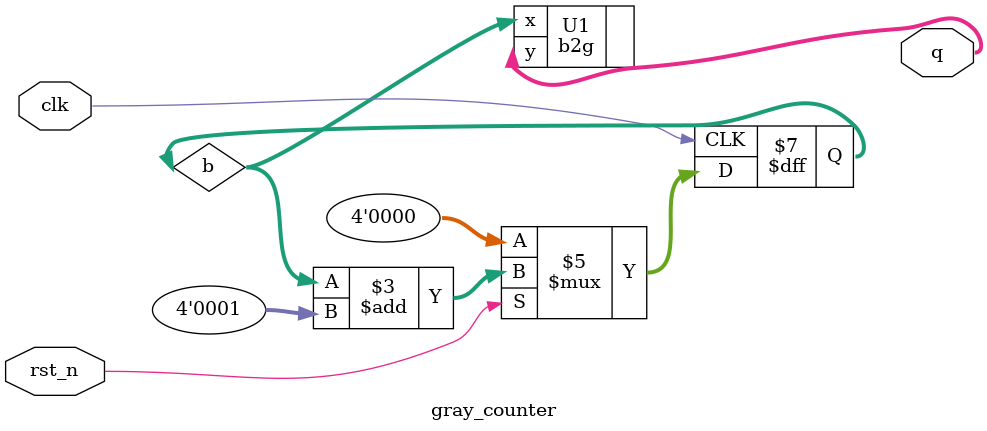
<source format=v>
`include "b2g.v"
module gray_counter (
    input clk,rst_n, output [3:0]q
);
reg [3:0]b;
always @(posedge clk)
begin
   if(~rst_n)
   b<=4'b0000;
   else
   b<=b+4'b0001;
end
b2g U1(.x(b), .y(q));
    
endmodule
</source>
